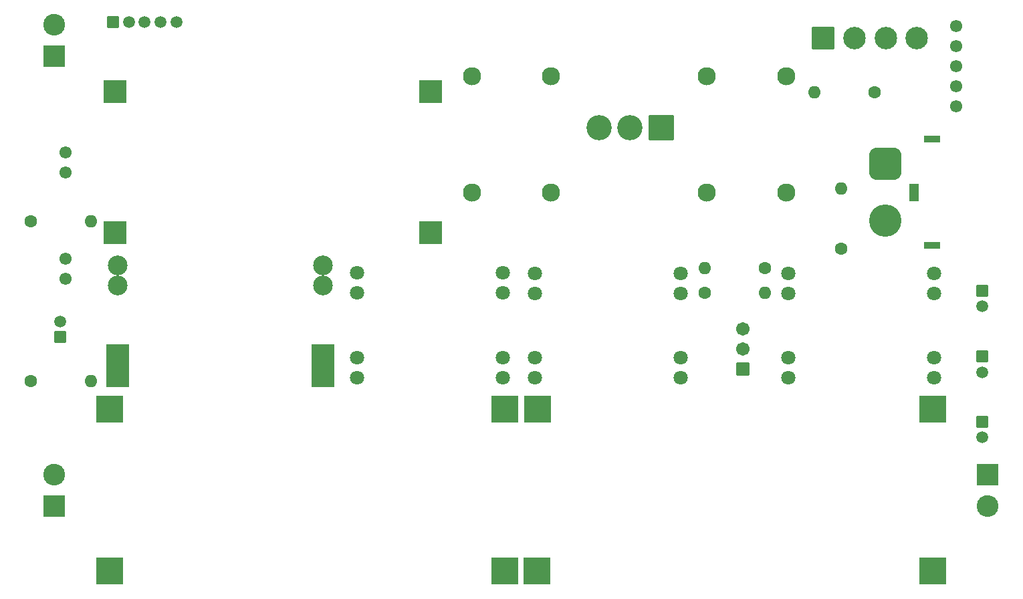
<source format=gbr>
%TF.GenerationSoftware,KiCad,Pcbnew,7.0.11-7.0.11~ubuntu22.04.1*%
%TF.CreationDate,2024-10-25T19:20:44+02:00*%
%TF.ProjectId,PowerBoard-Elec,506f7765-7242-46f6-9172-642d456c6563,rev?*%
%TF.SameCoordinates,Original*%
%TF.FileFunction,Soldermask,Bot*%
%TF.FilePolarity,Negative*%
%FSLAX46Y46*%
G04 Gerber Fmt 4.6, Leading zero omitted, Abs format (unit mm)*
G04 Created by KiCad (PCBNEW 7.0.11-7.0.11~ubuntu22.04.1) date 2024-10-25 19:20:44*
%MOMM*%
%LPD*%
G01*
G04 APERTURE LIST*
G04 Aperture macros list*
%AMRoundRect*
0 Rectangle with rounded corners*
0 $1 Rounding radius*
0 $2 $3 $4 $5 $6 $7 $8 $9 X,Y pos of 4 corners*
0 Add a 4 corners polygon primitive as box body*
4,1,4,$2,$3,$4,$5,$6,$7,$8,$9,$2,$3,0*
0 Add four circle primitives for the rounded corners*
1,1,$1+$1,$2,$3*
1,1,$1+$1,$4,$5*
1,1,$1+$1,$6,$7*
1,1,$1+$1,$8,$9*
0 Add four rect primitives between the rounded corners*
20,1,$1+$1,$2,$3,$4,$5,0*
20,1,$1+$1,$4,$5,$6,$7,0*
20,1,$1+$1,$6,$7,$8,$9,0*
20,1,$1+$1,$8,$9,$2,$3,0*%
G04 Aperture macros list end*
%ADD10C,2.300000*%
%ADD11RoundRect,0.102000X1.500000X1.500000X-1.500000X1.500000X-1.500000X-1.500000X1.500000X-1.500000X0*%
%ADD12C,3.204000*%
%ADD13C,1.800000*%
%ADD14RoundRect,0.102000X0.750000X-0.750000X0.750000X0.750000X-0.750000X0.750000X-0.750000X-0.750000X0*%
%ADD15C,1.704000*%
%ADD16R,3.450000X3.480000*%
%ADD17R,3.430000X3.450000*%
%ADD18R,3.440000X3.440000*%
%ADD19R,3.430000X3.410000*%
%ADD20C,1.600000*%
%ADD21O,1.600000X1.600000*%
%ADD22RoundRect,0.102000X0.654000X-0.654000X0.654000X0.654000X-0.654000X0.654000X-0.654000X-0.654000X0*%
%ADD23C,1.512000*%
%ADD24C,1.549400*%
%ADD25RoundRect,0.102000X-1.275000X1.275000X-1.275000X-1.275000X1.275000X-1.275000X1.275000X1.275000X0*%
%ADD26C,2.754000*%
%ADD27RoundRect,0.102000X1.275000X-1.275000X1.275000X1.275000X-1.275000X1.275000X-1.275000X-1.275000X0*%
%ADD28RoundRect,0.102000X-1.320000X-1.320000X1.320000X-1.320000X1.320000X1.320000X-1.320000X1.320000X0*%
%ADD29C,2.844000*%
%ADD30RoundRect,0.102000X-0.654000X0.654000X-0.654000X-0.654000X0.654000X-0.654000X0.654000X0.654000X0*%
%ADD31R,3.000000X3.000000*%
%ADD32R,2.000000X0.900000*%
%ADD33RoundRect,1.025000X-1.025000X1.025000X-1.025000X-1.025000X1.025000X-1.025000X1.025000X1.025000X0*%
%ADD34C,4.100000*%
%ADD35R,1.300000X2.300000*%
%ADD36RoundRect,0.102000X0.654000X0.654000X-0.654000X0.654000X-0.654000X-0.654000X0.654000X-0.654000X0*%
%ADD37C,2.500000*%
G04 APERTURE END LIST*
D10*
%TO.C,F7*%
X84382652Y-39850000D03*
X74382652Y-39850000D03*
%TD*%
D11*
%TO.C,J6*%
X98350000Y-31642500D03*
D12*
X94390000Y-31642500D03*
X90430000Y-31642500D03*
%TD*%
D13*
%TO.C,U14*%
X78284652Y-52616465D03*
X78284652Y-50081465D03*
X78284652Y-63291465D03*
X78284652Y-60751465D03*
X59834652Y-52621465D03*
X59833652Y-50081465D03*
X59834652Y-60751465D03*
X59832652Y-63291465D03*
%TD*%
D14*
%TO.C,PS1*%
X108652652Y-62214999D03*
D15*
X108652652Y-59674999D03*
X108652652Y-57134999D03*
%TD*%
D16*
%TO.C,U3*%
X82637718Y-67329797D03*
D17*
X82617718Y-87824797D03*
D18*
X132712718Y-67319797D03*
D19*
X132707718Y-87814797D03*
%TD*%
D20*
%TO.C,R7*%
X125310000Y-27220000D03*
D21*
X117690000Y-27220000D03*
%TD*%
D10*
%TO.C,F8*%
X114140000Y-39850000D03*
X104140000Y-39850000D03*
%TD*%
D20*
%TO.C,R3*%
X121132652Y-46970000D03*
D21*
X121132652Y-39350000D03*
%TD*%
D22*
%TO.C,U16*%
X138965152Y-60645202D03*
D23*
X138965152Y-62645202D03*
%TD*%
D24*
%TO.C,U7*%
X135646920Y-18808000D03*
X135646920Y-21348000D03*
X135646920Y-23888000D03*
X135646920Y-26430000D03*
X135646920Y-28968000D03*
%TD*%
D20*
%TO.C,R5*%
X18491652Y-43550000D03*
D21*
X26111652Y-43550000D03*
%TD*%
D20*
%TO.C,R1*%
X111462652Y-49420000D03*
D21*
X103842652Y-49420000D03*
%TD*%
D20*
%TO.C,R2*%
X103842652Y-52580000D03*
D21*
X111462652Y-52580000D03*
%TD*%
D13*
%TO.C,U9*%
X82352652Y-60783805D03*
X82352652Y-63318805D03*
X82352652Y-50108805D03*
X82352652Y-52648805D03*
X100802652Y-60778805D03*
X100803652Y-63318805D03*
X100802652Y-52648805D03*
X100804652Y-50108805D03*
%TD*%
D10*
%TO.C,F2*%
X114140000Y-25140000D03*
X104140000Y-25140000D03*
%TD*%
D25*
%TO.C,U12*%
X139665152Y-75589898D03*
D26*
X139665152Y-79549898D03*
%TD*%
D27*
%TO.C,U13*%
X21491152Y-79549898D03*
D26*
X21491152Y-75589898D03*
%TD*%
D28*
%TO.C,J2*%
X118840000Y-20281000D03*
D29*
X122800000Y-20281000D03*
X126760000Y-20281000D03*
X130720000Y-20281000D03*
%TD*%
D24*
%TO.C,J5*%
X22938451Y-50790000D03*
X22938451Y-48290000D03*
%TD*%
D16*
%TO.C,U10*%
X78527586Y-87810000D03*
D17*
X78547586Y-67315000D03*
D18*
X28452586Y-87820000D03*
D19*
X28457586Y-67325000D03*
%TD*%
D22*
%TO.C,U15*%
X138965152Y-52315202D03*
D23*
X138965152Y-54315202D03*
%TD*%
D22*
%TO.C,U17*%
X138965152Y-68890000D03*
D23*
X138965152Y-70890000D03*
%TD*%
D30*
%TO.C,U18*%
X22242852Y-58190000D03*
D23*
X22242852Y-56190000D03*
%TD*%
D31*
%TO.C,U4*%
X69167506Y-44930000D03*
X69167601Y-27130000D03*
X29167601Y-44930000D03*
X29167601Y-27130000D03*
%TD*%
D24*
%TO.C,J3*%
X22938451Y-37300155D03*
X22938451Y-34800155D03*
%TD*%
D32*
%TO.C,J1*%
X132672652Y-33100000D03*
X132672652Y-46600000D03*
D33*
X126672652Y-36250000D03*
D34*
X126672652Y-43450000D03*
D35*
X130322652Y-39850000D03*
%TD*%
D36*
%TO.C,J4*%
X28932652Y-18281000D03*
D23*
X30932652Y-18281000D03*
X32932652Y-18281000D03*
X34932652Y-18281000D03*
X36932652Y-18281000D03*
%TD*%
D20*
%TO.C,R6*%
X18491652Y-63730000D03*
D21*
X26111652Y-63730000D03*
%TD*%
D31*
%TO.C,U11*%
X55522652Y-63100000D03*
X55522652Y-60560000D03*
D37*
X55522652Y-51640000D03*
X55522652Y-49100000D03*
D31*
X29522652Y-63100000D03*
X29522652Y-60560000D03*
D37*
X29522652Y-51640000D03*
X29522652Y-49100000D03*
%TD*%
D27*
%TO.C,U8*%
X21491152Y-22599500D03*
D26*
X21491152Y-18639500D03*
%TD*%
D10*
%TO.C,F1*%
X84382652Y-25140000D03*
X74382652Y-25140000D03*
%TD*%
D13*
%TO.C,U1*%
X114462652Y-60783805D03*
X114462652Y-63318805D03*
X114462652Y-50108805D03*
X114462652Y-52648805D03*
X132912652Y-60778805D03*
X132913652Y-63318805D03*
X132912652Y-52648805D03*
X132914652Y-50108805D03*
%TD*%
M02*

</source>
